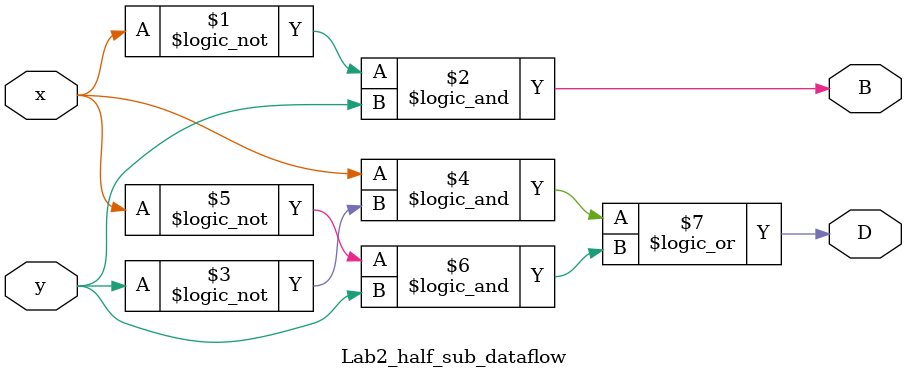
<source format=v>
module Lab2_half_sub_dataflow(output D, B, input x, y);
	assign B = (!x)&&y,
	       D = (x&&(!y))||((!x)&&y);
endmodule 
</source>
